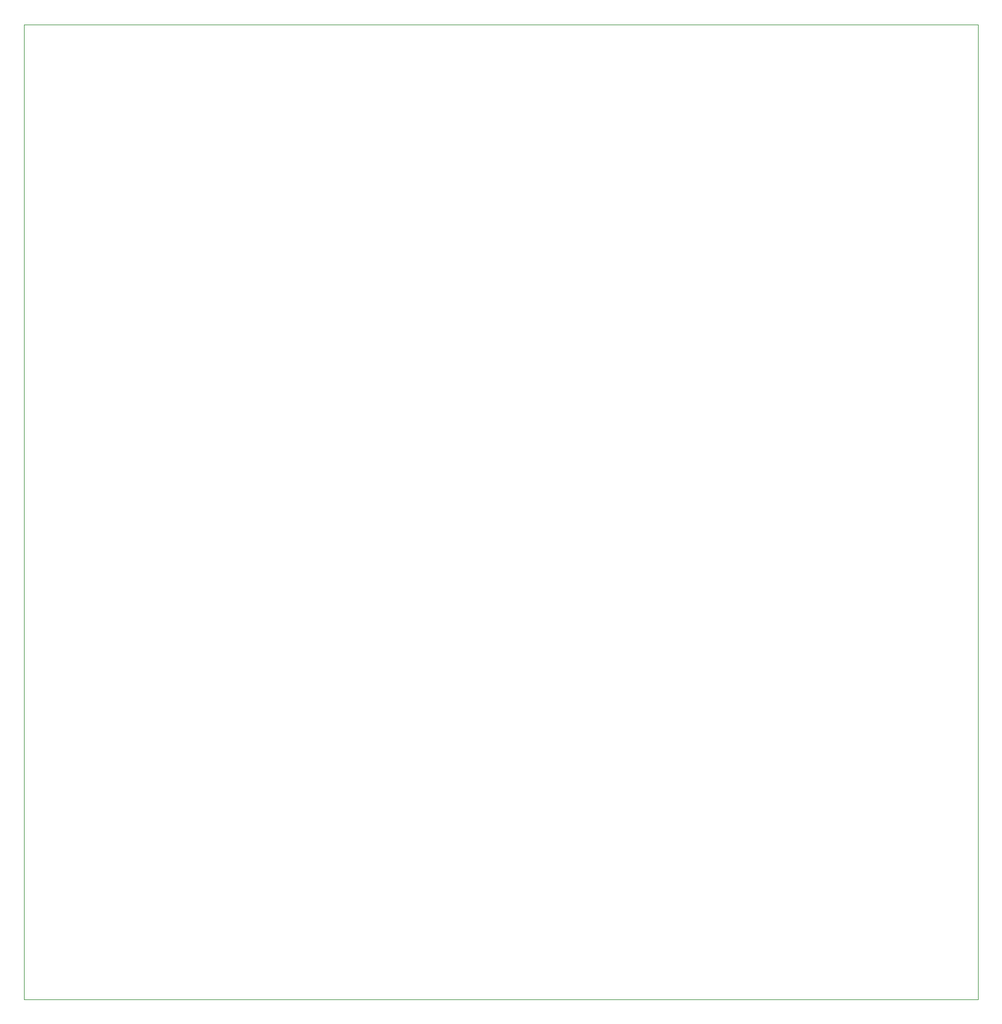
<source format=gbr>
G04 Layer_Color=0*
%FSLAX24Y24*%
%MOIN*%
%TF.FileFunction,Profile,NP*%
%TF.Part,Single*%
G01*
G75*
%TA.AperFunction,Profile*%
%ADD141C,0.0010*%
D141*
X0Y0D02*
X-0Y55512D01*
X54331Y55512D01*
X54331Y-0D01*
X0Y0D01*
%TF.MD5,4eb744f5736704d71a8a7d3dd4ef1f43*%
M02*

</source>
